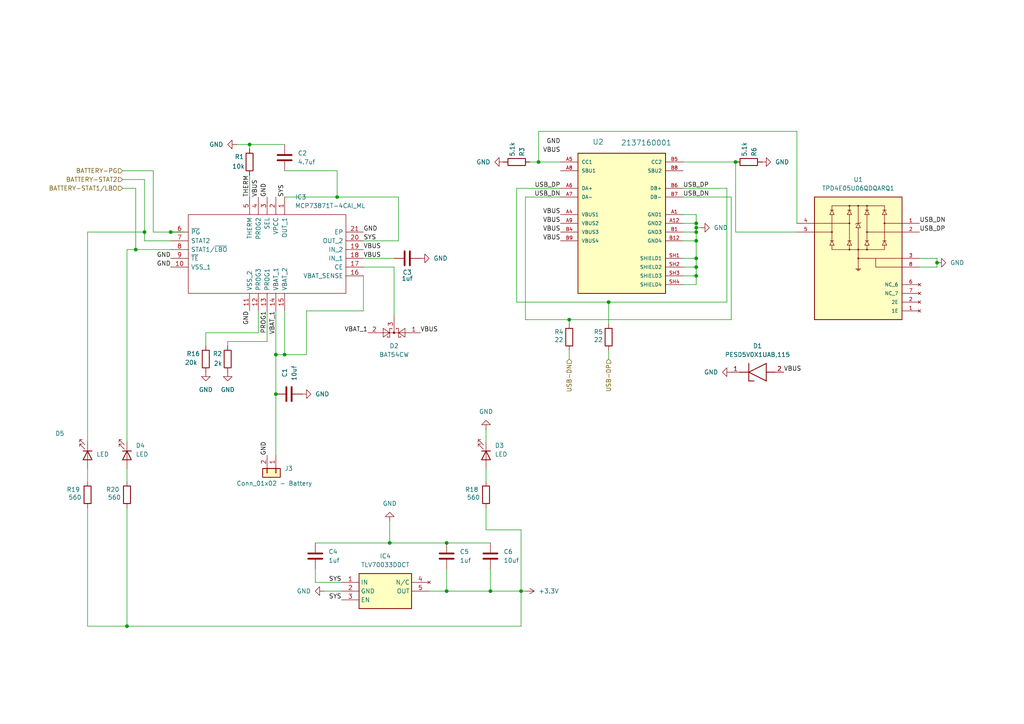
<source format=kicad_sch>
(kicad_sch (version 20250114) (generator "eeschema") (generator_version "9.0")
  (paper "A4")
  (lib_symbols
    (symbol "Connector_Generic:Conn_01x02" (pin_names (offset 1.016) (hide yes))
      (property "Reference" "J" (at 0 2.54 0))
      (property "Value" "Conn_01x02" (at 0 -5.08 0))
      (symbol "Conn_01x02_1_1"
        (rectangle (start -1.27 1.27) (end 1.27 -3.81) (stroke (width 0.254)) (fill (type background)))
        (rectangle (start -1.27 0.127) (end 0 -0.127) (stroke (width 0.1524)))
        (rectangle (start -1.27 -2.413) (end 0 -2.667) (stroke (width 0.1524)))
        (pin passive line (at -5.08 0 0) (length 3.81) (name "Pin_1") (number "1"))
        (pin passive line (at -5.08 -2.54 0) (length 3.81) (name "Pin_2") (number "2"))
      )
    )
    (symbol "Device:C" (pin_numbers (hide yes)) (pin_names (offset 0.254))
      (property "Reference" "C" (at 0.635 2.54 0))
      (property "Value" "C" (at 0.635 -2.54 0))
      (symbol "C_0_1"
        (polyline (pts (xy -2.032 0.762) (xy 2.032 0.762)) (stroke (width 0.508)))
        (polyline (pts (xy -2.032 -0.762) (xy 2.032 -0.762)) (stroke (width 0.508)))
      )
      (symbol "C_1_1"
        (pin passive line (at 0 3.81 270) (length 2.794) (name "~") (number "1"))
        (pin passive line (at 0 -3.81 90) (length 2.794) (name "~") (number "2"))
      )
    )
    (symbol "Device:LED" (pin_numbers (hide yes)) (pin_names (offset 1.016) (hide yes))
      (property "Reference" "D" (at 0 2.54 0))
      (property "Value" "LED" (at 0 -2.54 0))
      (symbol "LED_0_1"
        (polyline (pts (xy -3.048 -0.762) (xy -4.572 -2.286) (xy -3.81 -2.286) (xy -4.572 -2.286) (xy -4.572 -1.524)))
        (polyline (pts (xy -1.778 -0.762) (xy -3.302 -2.286) (xy -2.54 -2.286) (xy -3.302 -2.286) (xy -3.302 -1.524)))
        (polyline (pts (xy -1.27 0) (xy 1.27 0)))
        (polyline (pts (xy -1.27 -1.27) (xy -1.27 1.27)) (stroke (width 0.254)))
        (polyline (pts (xy 1.27 -1.27) (xy 1.27 1.27) (xy -1.27 0) (xy 1.27 -1.27)) (stroke (width 0.254)))
      )
      (symbol "LED_1_1"
        (pin passive line (at -3.81 0 0) (length 2.54) (name "K") (number "1"))
        (pin passive line (at 3.81 0 180) (length 2.54) (name "A") (number "2"))
      )
    )
    (symbol "Device:R" (pin_numbers (hide yes)) (pin_names (offset 0))
      (property "Reference" "R" (at 2.032 0 90))
      (property "Value" "R" (at 0 0 90))
      (symbol "R_0_1"
        (rectangle (start -1.016 -2.54) (end 1.016 2.54) (stroke (width 0.254)))
      )
      (symbol "R_1_1"
        (pin passive line (at 0 3.81 270) (length 1.27) (name "~") (number "1"))
        (pin passive line (at 0 -3.81 90) (length 1.27) (name "~") (number "2"))
      )
    )
    (symbol "Diode:BAT54CW" (pin_names (offset 1.016))
      (property "Reference" "D" (at 0.635 -3.81 0))
      (property "Value" "BAT54CW" (at -6.35 3.175 0))
      (symbol "BAT54CW_0_1"
        (polyline (pts (xy -3.175 -1.27) (xy -3.175 1.27) (xy -1.27 0) (xy -3.175 -1.27)))
        (polyline (pts (xy -1.905 1.27) (xy -1.905 1.016)))
        (polyline (pts (xy -1.905 0) (xy 1.905 0)))
        (polyline (pts (xy -1.27 1.27) (xy -1.905 1.27)))
        (polyline (pts (xy -1.27 1.27) (xy -1.27 -1.27)))
        (polyline (pts (xy -1.27 0) (xy -3.81 0)))
        (polyline (pts (xy -1.27 -1.27) (xy -0.635 -1.27)))
        (polyline (pts (xy -0.635 -1.27) (xy -0.635 -1.016)))
        (circle (center 0 0) (radius 0.254) (fill (type outline)))
        (polyline (pts (xy 0.635 -1.27) (xy 0.635 -1.016)))
        (polyline (pts (xy 1.27 1.27) (xy 1.27 -1.27)))
        (polyline (pts (xy 1.27 1.27) (xy 1.905 1.27)))
        (polyline (pts (xy 1.27 -1.27) (xy 0.635 -1.27)))
        (polyline (pts (xy 1.905 1.27) (xy 1.905 1.016)))
        (polyline (pts (xy 3.175 -1.27) (xy 3.175 1.27) (xy 1.27 0) (xy 3.175 -1.27)))
        (polyline (pts (xy 3.81 0) (xy 1.27 0)))
      )
      (symbol "BAT54CW_1_1"
        (pin passive line (at -7.62 0 0) (length 3.81) (name "~") (number "1"))
        (pin passive line (at 0 -5.08 90) (length 5.08) (name "~") (number "3"))
        (pin passive line (at 7.62 0 180) (length 3.81) (name "~") (number "2"))
      )
    )
    (symbol "jarvis:2137160001" (pin_names (offset 1.016))
      (property "Reference" "J" (at -12.7 20.9042 0))
      (property "Value" "2137160001" (at -12.7 -22.86 0))
      (symbol "2137160001_0_0"
        (rectangle (start -12.7 -20.32) (end 12.7 20.32) (stroke (width 0.254)) (fill (type background)))
        (pin bidirectional line (at -17.78 17.78 0) (length 5.08) (name "CC1") (number "A5"))
        (pin bidirectional line (at -17.78 15.24 0) (length 5.08) (name "SBU1") (number "A8"))
        (pin bidirectional line (at -17.78 10.16 0) (length 5.08) (name "DA+") (number "A6"))
        (pin bidirectional line (at -17.78 7.62 0) (length 5.08) (name "DA-") (number "A7"))
        (pin power_in line (at -17.78 2.54 0) (length 5.08) (name "VBUS1") (number "A4"))
        (pin power_in line (at -17.78 0 0) (length 5.08) (name "VBUS2") (number "A9"))
        (pin power_in line (at -17.78 -2.54 0) (length 5.08) (name "VBUS3") (number "B4"))
        (pin power_in line (at -17.78 -5.08 0) (length 5.08) (name "VBUS4") (number "B9"))
        (pin bidirectional line (at 17.78 17.78 180) (length 5.08) (name "CC2") (number "B5"))
        (pin bidirectional line (at 17.78 15.24 180) (length 5.08) (name "SBU2") (number "B8"))
        (pin bidirectional line (at 17.78 10.16 180) (length 5.08) (name "DB+") (number "B6"))
        (pin bidirectional line (at 17.78 7.62 180) (length 5.08) (name "DB-") (number "B7"))
        (pin power_in line (at 17.78 2.54 180) (length 5.08) (name "GND1") (number "A1"))
        (pin power_in line (at 17.78 0 180) (length 5.08) (name "GND2") (number "A12"))
        (pin power_in line (at 17.78 -2.54 180) (length 5.08) (name "GND3") (number "B1"))
        (pin power_in line (at 17.78 -5.08 180) (length 5.08) (name "GND4") (number "B12"))
        (pin passive line (at 17.78 -10.16 180) (length 5.08) (name "SHIELD1") (number "SH1"))
        (pin passive line (at 17.78 -12.7 180) (length 5.08) (name "SHIELD2") (number "SH2"))
        (pin passive line (at 17.78 -15.24 180) (length 5.08) (name "SHIELD3") (number "SH3"))
        (pin passive line (at 17.78 -17.78 180) (length 5.08) (name "SHIELD4") (number "SH4"))
      )
    )
    (symbol "jarvis:MCP73871T-4CAI_ML" (pin_names (offset 0.762))
      (property "Reference" "IC" (at 29.21 22.86 0))
      (property "Value" "MCP73871T-4CAI_ML" (at 29.21 20.32 0))
      (symbol "MCP73871T-4CAI_ML_0_0"
        (pin passive line (at 0 0 0) (length 5.08) (name "OUT_1") (number "1"))
        (pin passive line (at 0 -2.54 0) (length 5.08) (name "VPCC") (number "2"))
        (pin passive line (at 0 -5.08 0) (length 5.08) (name "SEL") (number "3"))
        (pin passive line (at 0 -7.62 0) (length 5.08) (name "PROG2") (number "4"))
        (pin passive line (at 0 -10.16 0) (length 5.08) (name "THERM") (number "5"))
        (pin passive line (at 10.16 22.86 270) (length 5.08) (name "EP") (number "21"))
        (pin passive line (at 10.16 -33.02 90) (length 5.08) (name "~{PG}") (number "6"))
        (pin passive line (at 12.7 22.86 270) (length 5.08) (name "OUT_2") (number "20"))
        (pin passive line (at 12.7 -33.02 90) (length 5.08) (name "STAT2") (number "7"))
        (pin passive line (at 15.24 22.86 270) (length 5.08) (name "IN_2") (number "19"))
        (pin passive line (at 15.24 -33.02 90) (length 5.08) (name "STAT1/~{LBO}") (number "8"))
        (pin passive line (at 17.78 22.86 270) (length 5.08) (name "IN_1") (number "18"))
        (pin passive line (at 17.78 -33.02 90) (length 5.08) (name "~{TE}") (number "9"))
        (pin passive line (at 20.32 22.86 270) (length 5.08) (name "CE") (number "17"))
        (pin passive line (at 20.32 -33.02 90) (length 5.08) (name "VSS_1") (number "10"))
        (pin passive line (at 22.86 22.86 270) (length 5.08) (name "VBAT_SENSE") (number "16"))
        (pin passive line (at 33.02 0 180) (length 5.08) (name "VBAT_2") (number "15"))
        (pin passive line (at 33.02 -2.54 180) (length 5.08) (name "VBAT_1") (number "14"))
        (pin passive line (at 33.02 -5.08 180) (length 5.08) (name "PROG1") (number "13"))
        (pin passive line (at 33.02 -7.62 180) (length 5.08) (name "PROG3") (number "12"))
        (pin passive line (at 33.02 -10.16 180) (length 5.08) (name "VSS_2") (number "11"))
      )
      (symbol "MCP73871T-4CAI_ML_0_1"
        (polyline (pts (xy 5.08 17.78) (xy 27.94 17.78) (xy 27.94 -27.94) (xy 5.08 -27.94) (xy 5.08 17.78)) (stroke (width 0.1524)))
      )
    )
    (symbol "jarvis:PESD5V0X1UAB,115" (pin_names (hide yes))
      (property "Reference" "D" (at 10.16 8.89 0))
      (property "Value" "PESD5V0X1UAB,115" (at 10.16 6.35 0))
      (symbol "PESD5V0X1UAB,115_1_1"
        (polyline (pts (xy 2.54 0) (xy 5.08 0)) (stroke (width 0.254)))
        (polyline (pts (xy 5.08 2.54) (xy 5.08 -2.54)) (stroke (width 0.254)))
        (polyline (pts (xy 5.08 0) (xy 10.16 2.54)) (stroke (width 0.254)))
        (polyline (pts (xy 5.08 -2.54) (xy 6.604 -2.54)) (stroke (width 0.254)))
        (polyline (pts (xy 10.16 -2.54) (xy 5.08 0)) (stroke (width 0.254)))
        (polyline (pts (xy 10.16 -2.54) (xy 10.16 2.54)) (stroke (width 0.254)))
        (polyline (pts (xy 12.7 0) (xy 10.16 0)) (stroke (width 0.254)))
        (pin passive line (at 0 0 0) (length 2.54) (name "K") (number "1"))
        (pin passive line (at 15.24 0 180) (length 2.54) (name "A") (number "2"))
      )
    )
    (symbol "jarvis:TLV70033DDCT"
      (property "Reference" "IC" (at 21.59 7.62 0))
      (property "Value" "TLV70033DDCT" (at 21.59 5.08 0))
      (symbol "TLV70033DDCT_1_1"
        (rectangle (start 5.08 2.54) (end 20.32 -7.62) (stroke (width 0.254)) (fill (type background)))
        (pin passive line (at 0 0 0) (length 5.08) (name "IN") (number "1"))
        (pin passive line (at 0 -2.54 0) (length 5.08) (name "GND") (number "2"))
        (pin passive line (at 0 -5.08 0) (length 5.08) (name "EN") (number "3"))
        (pin no_connect line (at 25.4 0 180) (length 5.08) (name "N/C") (number "4"))
        (pin passive line (at 25.4 -2.54 180) (length 5.08) (name "OUT") (number "5"))
      )
    )
    (symbol "jarvis:TPD4E05U06QDQARQ1" (pin_names (offset 1.016))
      (property "Reference" "U1" (at 0 22.86 0))
      (property "Value" "TPD4E05U06QDQARQ1" (at 0 20.32 0))
      (symbol "TPD4E05U06QDQARQ1_0_0"
        (rectangle (start -12.7 -17.78) (end 12.7 17.78) (stroke (width 0.254)) (fill (type background)))
        (polyline (pts (xy -8.255 12.7) (xy -7.62 12.7)) (stroke (width 0.1524)))
        (polyline (pts (xy -8.255 3.81) (xy -7.62 3.81)) (stroke (width 0.1524)))
        (polyline (pts (xy -7.62 15.24) (xy -2.54 15.24)) (stroke (width 0.1524)))
        (polyline (pts (xy -7.62 13.97) (xy -8.255 12.7)) (stroke (width 0.1524)))
        (polyline (pts (xy -7.62 13.97) (xy -8.128 13.97)) (stroke (width 0.1524)))
        (polyline (pts (xy -7.62 13.97) (xy -7.62 15.24)) (stroke (width 0.1524)))
        (polyline (pts (xy -7.62 12.7) (xy -7.62 7.62)) (stroke (width 0.1524)))
        (polyline (pts (xy -7.62 12.7) (xy -6.985 12.7)) (stroke (width 0.1524)))
        (circle (center -7.62 7.62) (radius 0.127) (stroke (width 0.254)))
        (polyline (pts (xy -7.62 7.62) (xy -12.7 7.62)) (stroke (width 0.1524)))
        (polyline (pts (xy -7.62 7.62) (xy -7.62 5.08)) (stroke (width 0.1524)))
        (polyline (pts (xy -7.62 5.08) (xy -8.255 3.81)) (stroke (width 0.1524)))
        (polyline (pts (xy -7.62 5.08) (xy -8.128 5.08)) (stroke (width 0.1524)))
        (polyline (pts (xy -7.62 3.81) (xy -7.62 2.54)) (stroke (width 0.1524)))
        (polyline (pts (xy -7.62 3.81) (xy -6.985 3.81)) (stroke (width 0.1524)))
        (polyline (pts (xy -7.62 2.54) (xy -2.54 2.54)) (stroke (width 0.1524)))
        (polyline (pts (xy -7.112 13.97) (xy -7.62 13.97)) (stroke (width 0.1524)))
        (polyline (pts (xy -7.112 5.08) (xy -7.62 5.08)) (stroke (width 0.1524)))
        (polyline (pts (xy -6.985 12.7) (xy -7.62 13.97)) (stroke (width 0.1524)))
        (polyline (pts (xy -6.985 3.81) (xy -7.62 5.08)) (stroke (width 0.1524)))
        (polyline (pts (xy -3.175 12.7) (xy -2.54 12.7)) (stroke (width 0.1524)))
        (polyline (pts (xy -3.175 3.81) (xy -2.54 3.81)) (stroke (width 0.1524)))
        (circle (center -2.54 15.24) (radius 0.127) (stroke (width 0.254)))
        (polyline (pts (xy -2.54 15.24) (xy 0 15.24)) (stroke (width 0.1524)))
        (polyline (pts (xy -2.54 13.97) (xy -3.175 12.7)) (stroke (width 0.1524)))
        (polyline (pts (xy -2.54 13.97) (xy -3.048 13.97)) (stroke (width 0.1524)))
        (polyline (pts (xy -2.54 13.97) (xy -2.54 15.24)) (stroke (width 0.1524)))
        (polyline (pts (xy -2.54 12.7) (xy -2.54 10.16)) (stroke (width 0.1524)))
        (polyline (pts (xy -2.54 12.7) (xy -1.905 12.7)) (stroke (width 0.1524)))
        (circle (center -2.54 10.16) (radius 0.127) (stroke (width 0.254)))
        (polyline (pts (xy -2.54 10.16) (xy -12.7 10.16)) (stroke (width 0.1524)))
        (polyline (pts (xy -2.54 10.16) (xy -2.54 5.08)) (stroke (width 0.1524)))
        (polyline (pts (xy -2.54 5.08) (xy -3.175 3.81)) (stroke (width 0.1524)))
        (polyline (pts (xy -2.54 5.08) (xy -3.048 5.08)) (stroke (width 0.1524)))
        (polyline (pts (xy -2.54 3.81) (xy -2.54 2.54)) (stroke (width 0.1524)))
        (polyline (pts (xy -2.54 3.81) (xy -1.905 3.81)) (stroke (width 0.1524)))
        (circle (center -2.54 2.54) (radius 0.127) (stroke (width 0.254)))
        (polyline (pts (xy -2.54 2.54) (xy 2.54 2.54)) (stroke (width 0.1524)))
        (polyline (pts (xy -2.032 13.97) (xy -2.54 13.97)) (stroke (width 0.1524)))
        (polyline (pts (xy -2.032 5.08) (xy -2.54 5.08)) (stroke (width 0.1524)))
        (polyline (pts (xy -1.905 12.7) (xy -2.54 13.97)) (stroke (width 0.1524)))
        (polyline (pts (xy -1.905 3.81) (xy -2.54 5.08)) (stroke (width 0.1524)))
        (polyline (pts (xy -0.635 8.89) (xy 0.635 8.89)) (stroke (width 0.1524)))
        (polyline (pts (xy -0.508 10.16) (xy -0.762 9.906)) (stroke (width 0.1524)))
        (polyline (pts (xy -0.508 10.16) (xy 0 10.16)) (stroke (width 0.1524)))
        (polyline (pts (xy -0.508 -3.302) (xy 0.508 -3.302)) (stroke (width 0.1524)))
        (polyline (pts (xy -0.254 -3.556) (xy 0.254 -3.556)) (stroke (width 0.1524)))
        (circle (center 0 15.24) (radius 0.127) (stroke (width 0.254)))
        (polyline (pts (xy 0 15.24) (xy 2.54 15.24)) (stroke (width 0.1524)))
        (polyline (pts (xy 0 10.16) (xy -0.635 8.89)) (stroke (width 0.1524)))
        (polyline (pts (xy 0 10.16) (xy 0 15.24)) (stroke (width 0.1524)))
        (polyline (pts (xy 0 10.16) (xy 0.508 10.16)) (stroke (width 0.1524)))
        (polyline (pts (xy 0 8.89) (xy 0 0)) (stroke (width 0.1524)))
        (circle (center 0 2.54) (radius 0.127) (stroke (width 0.254)))
        (polyline (pts (xy 0 0) (xy 0 -3.048)) (stroke (width 0.1524)))
        (polyline (pts (xy 0 0) (xy 5.08 0)) (stroke (width 0.1524)))
        (circle (center 0 0) (radius 0.127) (stroke (width 0.254)))
        (polyline (pts (xy 0 -3.048) (xy -0.762 -3.048)) (stroke (width 0.1524)))
        (polyline (pts (xy 0 -3.048) (xy 0.762 -3.048)) (stroke (width 0.1524)))
        (polyline (pts (xy 0.508 10.16) (xy 0.762 10.414)) (stroke (width 0.1524)))
        (polyline (pts (xy 0.635 8.89) (xy 0 10.16)) (stroke (width 0.1524)))
        (polyline (pts (xy 1.905 12.7) (xy 2.54 12.7)) (stroke (width 0.1524)))
        (polyline (pts (xy 1.905 3.81) (xy 2.54 3.81)) (stroke (width 0.1524)))
        (polyline (pts (xy 2.54 15.24) (xy 7.62 15.24)) (stroke (width 0.1524)))
        (circle (center 2.54 15.24) (radius 0.127) (stroke (width 0.254)))
        (polyline (pts (xy 2.54 13.97) (xy 1.905 12.7)) (stroke (width 0.1524)))
        (polyline (pts (xy 2.54 13.97) (xy 2.032 13.97)) (stroke (width 0.1524)))
        (polyline (pts (xy 2.54 13.97) (xy 2.54 15.24)) (stroke (width 0.1524)))
        (polyline (pts (xy 2.54 12.7) (xy 2.54 7.62)) (stroke (width 0.1524)))
        (polyline (pts (xy 2.54 12.7) (xy 3.175 12.7)) (stroke (width 0.1524)))
        (polyline (pts (xy 2.54 7.62) (xy 2.54 5.08)) (stroke (width 0.1524)))
        (polyline (pts (xy 2.54 7.62) (xy 12.7 7.62)) (stroke (width 0.1524)))
        (circle (center 2.54 7.62) (radius 0.127) (stroke (width 0.254)))
        (polyline (pts (xy 2.54 5.08) (xy 1.905 3.81)) (stroke (width 0.1524)))
        (polyline (pts (xy 2.54 5.08) (xy 2.032 5.08)) (stroke (width 0.1524)))
        (polyline (pts (xy 2.54 3.81) (xy 2.54 2.54)) (stroke (width 0.1524)))
        (polyline (pts (xy 2.54 3.81) (xy 3.175 3.81)) (stroke (width 0.1524)))
        (polyline (pts (xy 2.54 2.54) (xy 7.62 2.54)) (stroke (width 0.1524)))
        (circle (center 2.54 2.54) (radius 0.127) (stroke (width 0.254)))
        (polyline (pts (xy 3.048 13.97) (xy 2.54 13.97)) (stroke (width 0.1524)))
        (polyline (pts (xy 3.048 5.08) (xy 2.54 5.08)) (stroke (width 0.1524)))
        (polyline (pts (xy 3.175 12.7) (xy 2.54 13.97)) (stroke (width 0.1524)))
        (polyline (pts (xy 3.175 3.81) (xy 2.54 5.08)) (stroke (width 0.1524)))
        (polyline (pts (xy 5.08 0) (xy 5.08 -2.54)) (stroke (width 0.1524)))
        (polyline (pts (xy 5.08 0) (xy 12.7 0)) (stroke (width 0.1524)))
        (polyline (pts (xy 5.08 -2.54) (xy 12.7 -2.54)) (stroke (width 0.1524)))
        (polyline (pts (xy 6.985 12.7) (xy 7.62 12.7)) (stroke (width 0.1524)))
        (polyline (pts (xy 6.985 3.81) (xy 7.62 3.81)) (stroke (width 0.1524)))
        (polyline (pts (xy 7.62 15.24) (xy 7.62 13.97)) (stroke (width 0.1524)))
        (polyline (pts (xy 7.62 13.97) (xy 6.985 12.7)) (stroke (width 0.1524)))
        (polyline (pts (xy 7.62 13.97) (xy 7.112 13.97)) (stroke (width 0.1524)))
        (polyline (pts (xy 7.62 12.7) (xy 7.62 10.16)) (stroke (width 0.1524)))
        (polyline (pts (xy 7.62 12.7) (xy 8.255 12.7)) (stroke (width 0.1524)))
        (polyline (pts (xy 7.62 10.16) (xy 7.62 5.08)) (stroke (width 0.1524)))
        (polyline (pts (xy 7.62 10.16) (xy 12.7 10.16)) (stroke (width 0.1524)))
        (circle (center 7.62 10.16) (radius 0.127) (stroke (width 0.254)))
        (polyline (pts (xy 7.62 5.08) (xy 6.985 3.81)) (stroke (width 0.1524)))
        (polyline (pts (xy 7.62 5.08) (xy 7.112 5.08)) (stroke (width 0.1524)))
        (polyline (pts (xy 7.62 3.81) (xy 8.255 3.81)) (stroke (width 0.1524)))
        (polyline (pts (xy 7.62 2.54) (xy 7.62 3.81)) (stroke (width 0.1524)))
        (polyline (pts (xy 8.128 13.97) (xy 7.62 13.97)) (stroke (width 0.1524)))
        (polyline (pts (xy 8.128 5.08) (xy 7.62 5.08)) (stroke (width 0.1524)))
        (polyline (pts (xy 8.255 12.7) (xy 7.62 13.97)) (stroke (width 0.1524)))
        (polyline (pts (xy 8.255 3.81) (xy 7.62 5.08)) (stroke (width 0.1524)))
        (pin bidirectional line (at -17.78 10.16 0) (length 5.08) (name "~") (number "4"))
        (pin bidirectional line (at -17.78 7.62 0) (length 5.08) (name "~") (number "5"))
        (pin bidirectional line (at 17.78 10.16 180) (length 5.08) (name "~") (number "1"))
        (pin bidirectional line (at 17.78 7.62 180) (length 5.08) (name "~") (number "2"))
        (pin power_in line (at 17.78 0 180) (length 5.08) (name "~") (number "3"))
        (pin power_in line (at 17.78 -2.54 180) (length 5.08) (name "~") (number "8"))
        (pin no_connect line (at 17.78 -7.62 180) (length 5.08) (name "NC_6") (number "6"))
        (pin no_connect line (at 17.78 -10.16 180) (length 5.08) (name "NC_7") (number "7"))
        (pin no_connect line (at 17.78 -12.7 180) (length 5.08) (name "2E") (number "2"))
        (pin no_connect line (at 17.78 -15.24 180) (length 5.08) (name "1E") (number "1"))
      )
    )
    (symbol "power:+3.3V" (power) (pin_numbers (hide yes)) (pin_names (offset 0) (hide yes))
      (property "Value" "+3.3V" (at 0 3.556 0))
      (symbol "+3.3V_0_1"
        (polyline (pts (xy -0.762 1.27) (xy 0 2.54)))
        (polyline (pts (xy 0 2.54) (xy 0.762 1.27)))
        (polyline (pts (xy 0 0) (xy 0 2.54)))
      )
      (symbol "+3.3V_1_1"
        (pin power_in line (at 0 0 90) (length 0) (name "~") (number "1"))
      )
    )
    (symbol "power:GND" (power) (pin_numbers (hide yes)) (pin_names (offset 0) (hide yes))
      (property "Value" "GND" (at 0 -3.81 0))
      (symbol "GND_0_1"
        (polyline (pts (xy 0 0) (xy 0 -1.27) (xy 1.27 -1.27) (xy 0 -2.54) (xy -1.27 -1.27) (xy 0 -1.27)))
      )
      (symbol "GND_1_1"
        (pin power_in line (at 0 0 270) (length 0) (name "~") (number "1"))
      )
    )
  )
  (junction (at 156.21 46.99))
  (junction (at 201.93 77.47))
  (junction (at 41.91 67.31))
  (junction (at 201.93 66.04))
  (junction (at 129.54 157.48))
  (junction (at 82.55 102.87))
  (junction (at 129.54 171.45))
  (junction (at 271.78 76.2))
  (junction (at 80.01 102.87))
  (junction (at 176.53 87.63))
  (junction (at 97.79 57.15))
  (junction (at 39.37 72.39))
  (junction (at 165.1 92.71))
  (junction (at 213.36 46.99))
  (junction (at 201.93 80.01))
  (junction (at 201.93 64.77))
  (junction (at 201.93 67.31))
  (junction (at 201.93 74.93))
  (junction (at 80.01 114.3))
  (junction (at 142.24 171.45))
  (junction (at 201.93 69.85))
  (junction (at 113.03 157.48))
  (junction (at 36.83 181.61))
  (junction (at 151.13 171.45))
  (junction (at 72.39 41.91))
  (junction (at 49.53 67.31))
  (wire (pts (xy 72.39 50.8) (xy 72.39 57.15)))
  (wire (pts (xy 140.97 135.89) (xy 140.97 139.7)))
  (wire (pts (xy 68.58 41.91) (xy 72.39 41.91)))
  (wire (pts (xy 39.37 72.39) (xy 49.53 72.39)))
  (wire (pts (xy 153.67 46.99) (xy 156.21 46.99)))
  (wire (pts (xy 156.21 46.99) (xy 162.56 46.99)))
  (wire (pts (xy 44.45 67.31) (xy 49.53 67.31)))
  (wire (pts (xy 231.14 38.1) (xy 231.14 64.77)))
  (wire (pts (xy 140.97 147.32) (xy 140.97 153.67)))
  (wire (pts (xy 74.93 96.52) (xy 59.69 96.52)))
  (wire (pts (xy 129.54 165.1) (xy 129.54 171.45)))
  (wire (pts (xy 271.78 77.47) (xy 271.78 76.2)))
  (wire (pts (xy 77.47 99.06) (xy 77.47 90.17)))
  (wire (pts (xy 198.12 62.23) (xy 201.93 62.23)))
  (wire (pts (xy 41.91 67.31) (xy 41.91 69.85)))
  (wire (pts (xy 41.91 52.07) (xy 41.91 67.31)))
  (wire (pts (xy 198.12 74.93) (xy 201.93 74.93)))
  (wire (pts (xy 44.45 49.53) (xy 44.45 67.31)))
  (wire (pts (xy 66.04 99.06) (xy 77.47 99.06)))
  (wire (pts (xy 36.83 135.89) (xy 36.83 139.7)))
  (wire (pts (xy 198.12 64.77) (xy 201.93 64.77)))
  (wire (pts (xy 74.93 90.17) (xy 74.93 96.52)))
  (wire (pts (xy 162.56 54.61) (xy 149.86 54.61)))
  (wire (pts (xy 201.93 67.31) (xy 201.93 66.04)))
  (wire (pts (xy 88.9 90.17) (xy 105.41 90.17)))
  (wire (pts (xy 91.44 168.91) (xy 99.06 168.91)))
  (wire (pts (xy 25.4 67.31) (xy 25.4 128.27)))
  (wire (pts (xy 82.55 49.53) (xy 97.79 49.53)))
  (wire (pts (xy 39.37 54.61) (xy 39.37 72.39)))
  (wire (pts (xy 201.93 82.55) (xy 201.93 80.01)))
  (wire (pts (xy 198.12 67.31) (xy 201.93 67.31)))
  (wire (pts (xy 198.12 77.47) (xy 201.93 77.47)))
  (wire (pts (xy 124.46 171.45) (xy 129.54 171.45)))
  (wire (pts (xy 213.36 67.31) (xy 231.14 67.31)))
  (wire (pts (xy 198.12 69.85) (xy 201.93 69.85)))
  (wire (pts (xy 36.83 181.61) (xy 151.13 181.61)))
  (wire (pts (xy 149.86 87.63) (xy 176.53 87.63)))
  (wire (pts (xy 25.4 181.61) (xy 36.83 181.61)))
  (wire (pts (xy 201.93 69.85) (xy 201.93 67.31)))
  (wire (pts (xy 176.53 87.63) (xy 210.82 87.63)))
  (wire (pts (xy 80.01 90.17) (xy 80.01 102.87)))
  (wire (pts (xy 213.36 46.99) (xy 213.36 67.31)))
  (wire (pts (xy 82.55 90.17) (xy 82.55 102.87)))
  (wire (pts (xy 129.54 171.45) (xy 142.24 171.45)))
  (wire (pts (xy 88.9 90.17) (xy 88.9 102.87)))
  (wire (pts (xy 198.12 82.55) (xy 201.93 82.55)))
  (wire (pts (xy 82.55 57.15) (xy 97.79 57.15)))
  (wire (pts (xy 105.41 74.93) (xy 114.3 74.93)))
  (wire (pts (xy 151.13 171.45) (xy 151.13 181.61)))
  (wire (pts (xy 165.1 92.71) (xy 165.1 93.98)))
  (wire (pts (xy 212.09 57.15) (xy 212.09 92.71)))
  (wire (pts (xy 114.3 77.47) (xy 114.3 91.44)))
  (wire (pts (xy 176.53 87.63) (xy 176.53 93.98)))
  (wire (pts (xy 93.98 171.45) (xy 99.06 171.45)))
  (wire (pts (xy 266.7 77.47) (xy 271.78 77.47)))
  (wire (pts (xy 36.83 147.32) (xy 36.83 181.61)))
  (wire (pts (xy 36.83 72.39) (xy 39.37 72.39)))
  (wire (pts (xy 72.39 43.18) (xy 72.39 41.91)))
  (wire (pts (xy 129.54 157.48) (xy 142.24 157.48)))
  (wire (pts (xy 142.24 171.45) (xy 151.13 171.45)))
  (wire (pts (xy 210.82 54.61) (xy 210.82 87.63)))
  (wire (pts (xy 201.93 64.77) (xy 201.93 66.04)))
  (wire (pts (xy 49.53 67.31) (xy 53.34 67.31)))
  (wire (pts (xy 201.93 62.23) (xy 201.93 64.77)))
  (wire (pts (xy 36.83 72.39) (xy 36.83 128.27)))
  (wire (pts (xy 105.41 69.85) (xy 115.57 69.85)))
  (wire (pts (xy 152.4 92.71) (xy 165.1 92.71)))
  (wire (pts (xy 271.78 74.93) (xy 271.78 76.2)))
  (wire (pts (xy 115.57 57.15) (xy 97.79 57.15)))
  (wire (pts (xy 105.41 77.47) (xy 114.3 77.47)))
  (wire (pts (xy 198.12 46.99) (xy 213.36 46.99)))
  (wire (pts (xy 151.13 153.67) (xy 151.13 171.45)))
  (wire (pts (xy 91.44 157.48) (xy 113.03 157.48)))
  (wire (pts (xy 39.37 54.61) (xy 35.56 54.61)))
  (wire (pts (xy 35.56 49.53) (xy 44.45 49.53)))
  (wire (pts (xy 97.79 57.15) (xy 97.79 49.53)))
  (wire (pts (xy 151.13 171.45) (xy 152.4 171.45)))
  (wire (pts (xy 91.44 165.1) (xy 91.44 168.91)))
  (wire (pts (xy 25.4 135.89) (xy 25.4 139.7)))
  (wire (pts (xy 149.86 54.61) (xy 149.86 87.63)))
  (wire (pts (xy 156.21 38.1) (xy 231.14 38.1)))
  (wire (pts (xy 82.55 41.91) (xy 72.39 41.91)))
  (wire (pts (xy 198.12 54.61) (xy 210.82 54.61)))
  (wire (pts (xy 165.1 101.6) (xy 165.1 104.14)))
  (wire (pts (xy 142.24 165.1) (xy 142.24 171.45)))
  (wire (pts (xy 201.93 74.93) (xy 201.93 69.85)))
  (wire (pts (xy 203.2 66.04) (xy 201.93 66.04)))
  (wire (pts (xy 113.03 157.48) (xy 113.03 151.13)))
  (wire (pts (xy 113.03 157.48) (xy 129.54 157.48)))
  (wire (pts (xy 152.4 57.15) (xy 152.4 92.71)))
  (wire (pts (xy 41.91 69.85) (xy 49.53 69.85)))
  (wire (pts (xy 105.41 80.01) (xy 105.41 90.17)))
  (wire (pts (xy 82.55 102.87) (xy 88.9 102.87)))
  (wire (pts (xy 80.01 102.87) (xy 82.55 102.87)))
  (wire (pts (xy 198.12 57.15) (xy 212.09 57.15)))
  (wire (pts (xy 266.7 74.93) (xy 271.78 74.93)))
  (wire (pts (xy 162.56 57.15) (xy 152.4 57.15)))
  (wire (pts (xy 201.93 80.01) (xy 201.93 77.47)))
  (wire (pts (xy 66.04 99.06) (xy 66.04 100.33)))
  (wire (pts (xy 140.97 124.46) (xy 140.97 128.27)))
  (wire (pts (xy 25.4 147.32) (xy 25.4 181.61)))
  (wire (pts (xy 156.21 46.99) (xy 156.21 38.1)))
  (wire (pts (xy 80.01 102.87) (xy 80.01 114.3)))
  (wire (pts (xy 176.53 101.6) (xy 176.53 104.14)))
  (wire (pts (xy 25.4 67.31) (xy 41.91 67.31)))
  (wire (pts (xy 201.93 77.47) (xy 201.93 74.93)))
  (wire (pts (xy 80.01 114.3) (xy 80.01 132.08)))
  (wire (pts (xy 165.1 92.71) (xy 212.09 92.71)))
  (wire (pts (xy 35.56 52.07) (xy 41.91 52.07)))
  (wire (pts (xy 140.97 153.67) (xy 151.13 153.67)))
  (wire (pts (xy 115.57 69.85) (xy 115.57 57.15)))
  (wire (pts (xy 198.12 80.01) (xy 201.93 80.01)))
  (wire (pts (xy 59.69 96.52) (xy 59.69 100.33)))
  (label "GND" (at 162.56 41.91 180))
  (label "SYS" (at 99.06 168.91 180))
  (label "VBUS" (at 162.56 69.85 180))
  (label "SYS" (at 99.06 173.99 180))
  (label "VBUS" (at 162.56 67.31 180))
  (label "PROG1" (at 77.47 90.17 270))
  (label "GND" (at 105.41 67.31 0))
  (label "USB_DN" (at 266.7 64.77 0))
  (label "VBUS" (at 162.56 44.45 180))
  (label "VBUS" (at 162.56 64.77 180))
  (label "GND" (at 77.47 132.08 90))
  (label "VBAT_1" (at 106.68 96.52 180))
  (label "VBUS" (at 74.93 57.15 90))
  (label "USB_DP" (at 162.56 54.61 180))
  (label "USB_DP" (at 266.7 67.31 0))
  (label "SYS" (at 82.55 57.15 90))
  (label "GND" (at 77.47 57.15 90))
  (label "THERM" (at 72.39 57.15 90))
  (label "VBUS" (at 162.56 62.23 180))
  (label "VBUS" (at 121.92 96.52 0))
  (label "GND" (at 49.53 74.93 180))
  (label "VBUS" (at 105.41 72.39 0))
  (label "GND" (at 72.39 90.17 270))
  (label "GND" (at 49.53 77.47 180))
  (label "VBAT_1" (at 80.01 90.17 270))
  (label "VBUS" (at 105.41 74.93 0))
  (label "USB_DP" (at 198.12 54.61 0))
  (label "USB_DN" (at 198.12 57.15 0))
  (label "USB_DN" (at 162.56 57.15 180))
  (label "VBUS" (at 227.33 107.95 0))
  (label "SYS" (at 105.41 69.85 0))
  (hierarchical_label "BATTERY-STAT1{slash}LBO" (shape input) (at 35.56 54.61 180))
  (hierarchical_label "USB-DP" (shape input) (at 176.53 104.14 270))
  (hierarchical_label "BATTERY-STAT2" (shape input) (at 35.56 52.07 180))
  (hierarchical_label "BATTERY-PG" (shape input) (at 35.56 49.53 180))
  (hierarchical_label "USB-DN" (shape input) (at 165.1 104.14 270))
  (symbol (lib_id "power:+3.3V") (at 152.4 171.45 270) (unit 1)
    (property "Reference" "#PWR10" (effects (hide yes)))
    (property "Value" "+3.3V" (at 156.21 171.4499 90) (effects (justify left)))
    (property "Description" "Power symbol creates a global label with name \"+3.3V\"" (effects (hide yes)))
  )
  (symbol (lib_id "Device:LED") (at 36.83 132.08 270) (unit 1)
    (property "Reference" "D4" (at 39.37 129.2224 90) (effects (justify left)))
    (property "Value" "LED" (at 39.37 131.7624 90) (effects (justify left)))
    (property "Footprint" "LED_SMD:LED_0603_1608Metric" (effects (hide yes)))
    (property "Description" "Light emitting diode" (effects (hide yes)))
    (property "Sim.Pins" "1=K 2=A" (effects (hide yes)))
  )
  (symbol (lib_id "power:GND") (at 121.92 74.93 90) (unit 1)
    (property "Reference" "#PWR047" (effects (hide yes)))
    (property "Value" "GND" (at 125.73 74.9299 90) (effects (justify right)))
    (property "Description" "Power symbol creates a global label with name \"GND\" , ground" (effects (hide yes)))
  )
  (symbol (lib_id "jarvis:MCP73871T-4CAI_ML") (at 82.55 57.15 270) (unit 1)
    (property "Reference" "IC3" (at 85.5665 57.15 90) (effects (justify left)))
    (property "Value" "MCP73871T-4CAI_ML" (at 85.5665 59.69 90) (effects (justify left)))
    (property "Footprint" "jarvis:MCP73871T-4CAI ML" (effects (hide yes)))
    (property "Datasheet" "http://www.microchip.com/mymicrochip/filehandler.aspx?ddocname=en536709" (effects (hide yes)))
    (property "Description" "Battery Management USB/AC Battery Charger w/Pwr Mgmt" (effects (hide yes)))
    (property "Description_1" "Battery Management USB/AC Battery Charger w/Pwr Mgmt" (effects (hide yes)))
    (property "Height" "1" (effects (hide yes)))
    (property "Manufacturer_Name" "Microchip" (effects (hide yes)))
    (property "Manufacturer_Part_Number" "MCP73871T-4CAI/ML" (effects (hide yes)))
    (property "Mouser Part Number" "579-MCP73871T4CAIML" (effects (hide yes)))
    (property "Mouser Price/Stock" "https://www.mouser.co.uk/ProductDetail/Microchip-Technology/MCP73871T-4CAI-ML?qs=wd5RIQLrsJgVZcGN1DfWgw%3D%3D" (effects (hide yes)))
    (property "Arrow Part Number" "MCP73871T-4CAI/ML" (effects (hide yes)))
    (property "Arrow Price/Stock" "https://www.arrow.com/en/products/mcp73871t-4caiml/microchip-technology?utm_currency=USD&region=nac" (effects (hide yes)))
  )
  (symbol (lib_id "Device:LED") (at 140.97 132.08 270) (unit 1)
    (property "Reference" "D3" (at 143.51 129.2224 90) (effects (justify left)))
    (property "Value" "LED" (at 143.51 131.7624 90) (effects (justify left)))
    (property "Footprint" "LED_SMD:LED_0603_1608Metric" (effects (hide yes)))
    (property "Description" "Light emitting diode" (effects (hide yes)))
    (property "Sim.Pins" "1=K 2=A" (effects (hide yes)))
  )
  (symbol (lib_id "jarvis:2137160001") (at 180.34 64.77 0) (unit 1)
    (property "Reference" "U2" (at 173.482 41.148 0) (effects (font (size 1.524 1.524))))
    (property "Value" "2137160001" (at 187.452 41.402 0) (effects (font (size 1.524 1.524))))
    (property "Footprint" "jarvis:MOLEX_2137160001-holes" (effects (hide yes)))
    (property "Datasheet" "2137160001" (effects (hide yes)))
    (property "PARTREV" "B" (effects (hide yes)))
    (property "STANDARD" "Manufacturer Recommendations" (effects (hide yes)))
    (property "OPTION" "MOLEX_CONFIG" (effects (hide yes)))
    (property "MAXIMUM_PACKAGE_HEIGHT" "3.36mm" (effects (hide yes)))
    (property "MANUFACTURER" "Molex" (effects (hide yes)))
  )
  (symbol (lib_id "power:GND") (at 66.04 107.95 0) (unit 1)
    (property "Reference" "#PWR07" (effects (hide yes)))
    (property "Value" "GND" (at 66.04 113.03 0))
    (property "Description" "Power symbol creates a global label with name \"GND\" , ground" (effects (hide yes)))
  )
  (symbol (lib_id "Device:R") (at 59.69 104.14 0) (unit 1)
    (property "Reference" "R16" (at 54.102 102.616 0) (effects (justify left)))
    (property "Value" "20k" (at 53.594 105.156 0) (effects (justify left)))
    (property "Footprint" "Resistor_SMD:R_0603_1608Metric" (effects (hide yes)))
    (property "Description" "Resistor" (effects (hide yes)))
  )
  (symbol (lib_id "Device:R") (at 140.97 143.51 0) (unit 1)
    (property "Reference" "R18" (at 134.874 141.986 0) (effects (justify left)))
    (property "Value" "560" (at 135.382 144.272 0) (effects (justify left)))
    (property "Footprint" "Resistor_SMD:R_0603_1608Metric" (effects (hide yes)))
    (property "Description" "Resistor" (effects (hide yes)))
  )
  (symbol (lib_id "Connector_Generic:Conn_01x02") (at 80.01 137.16 270) (unit 1)
    (property "Reference" "J3" (at 82.55 135.8899 90) (effects (justify left)))
    (property "Value" "Conn_01x02 - Battery" (at 68.58 140.208 90) (effects (justify left)))
    (property "Footprint" "Connector_Molex:Molex_PicoBlade_53047-0210_1x02_P1.25mm_Vertical" (effects (hide yes)))
    (property "Description" "Generic connector, single row, 01x02, script generated (kicad-library-utils/schlib/autogen/connector/)" (effects (hide yes)))
  )
  (symbol (lib_id "power:GND") (at 68.58 41.91 270) (unit 1)
    (property "Reference" "#PWR4" (effects (hide yes)))
    (property "Value" "GND" (at 64.77 41.9099 90) (effects (justify right)))
    (property "Description" "Power symbol creates a global label with name \"GND\" , ground" (effects (hide yes)))
  )
  (symbol (lib_id "jarvis:TPD4E05U06QDQARQ1") (at 248.92 74.93 0) (unit 1)
    (property "Reference" "U1" (at 248.92 52.07 0))
    (property "Value" "TPD4E05U06QDQARQ1" (at 248.92 54.61 0))
    (property "Footprint" "jarvis:IC_TPD4E05U06QDQARQ1-two" (effects (hide yes)))
    (property "PARTREV" "F" (effects (hide yes)))
    (property "STANDARD" "Manufacturer Recommendations" (effects (hide yes)))
    (property "MAXIMUM_PACKAGE_HEIGHT" "0.55 mm" (effects (hide yes)))
    (property "MANUFACTURER" "Texas Instruments" (effects (hide yes)))
  )
  (symbol (lib_id "power:GND") (at 220.98 46.99 90) (unit 1)
    (property "Reference" "#PWR044" (effects (hide yes)))
    (property "Value" "GND" (at 224.79 46.9899 90) (effects (justify right)))
    (property "Description" "Power symbol creates a global label with name \"GND\" , ground" (effects (hide yes)))
  )
  (symbol (lib_id "Device:R") (at 25.4 143.51 0) (unit 1)
    (property "Reference" "R19" (at 19.304 141.986 0) (effects (justify left)))
    (property "Value" "560" (at 19.812 144.272 0) (effects (justify left)))
    (property "Footprint" "Resistor_SMD:R_0603_1608Metric" (effects (hide yes)))
    (property "Description" "Resistor" (effects (hide yes)))
  )
  (symbol (lib_id "Device:R") (at 36.83 143.51 0) (unit 1)
    (property "Reference" "R20" (at 30.734 141.986 0) (effects (justify left)))
    (property "Value" "560" (at 31.242 144.272 0) (effects (justify left)))
    (property "Footprint" "Resistor_SMD:R_0603_1608Metric" (effects (hide yes)))
    (property "Description" "Resistor" (effects (hide yes)))
  )
  (symbol (lib_id "Device:R") (at 165.1 97.79 0) (unit 1)
    (property "Reference" "R4" (at 160.782 96.266 0) (effects (justify left)))
    (property "Value" "22" (at 160.782 98.552 0) (effects (justify left)))
    (property "Footprint" "Resistor_SMD:R_0603_1608Metric" (effects (hide yes)))
    (property "Description" "Resistor" (effects (hide yes)))
  )
  (symbol (lib_id "power:GND") (at 203.2 66.04 90) (unit 1)
    (property "Reference" "#PWR045" (effects (hide yes)))
    (property "Value" "GND" (at 207.01 66.0399 90) (effects (justify right)))
    (property "Description" "Power symbol creates a global label with name \"GND\" , ground" (effects (hide yes)))
  )
  (symbol (lib_id "Device:C") (at 82.55 45.72 0) (unit 1)
    (property "Reference" "C2" (at 86.36 44.4499 0) (effects (justify left)))
    (property "Value" "4.7uf" (at 86.36 46.9899 0) (effects (justify left)))
    (property "Footprint" "Capacitor_SMD:C_0603_1608Metric" (effects (hide yes)))
    (property "Description" "Unpolarized capacitor" (effects (hide yes)))
  )
  (symbol (lib_id "jarvis:PESD5V0X1UAB,115") (at 212.09 107.95 0) (unit 1)
    (property "Reference" "D1" (at 219.71 100.33 0))
    (property "Value" "PESD5V0X1UAB,115" (at 219.71 102.87 0))
    (property "Footprint" "jarvis:PESD5V0X1UAB115" (effects (hide yes)))
    (property "Datasheet" "https://assets.nexperia.com/documents/data-sheet/PESD5V0X1UAB.pdf" (effects (hide yes)))
    (property "Description" "PESD5V0X1UAB - Ultra low capacitance unidirectional ESD protection diode" (effects (hide yes)))
    (property "Height" "0.65" (effects (hide yes)))
    (property "Manufacturer_Name" "Nexperia" (effects (hide yes)))
    (property "Manufacturer_Part_Number" "PESD5V0X1UAB,115" (effects (hide yes)))
    (property "Mouser Part Number" "771-PESD5V0X1UAB115" (effects (hide yes)))
    (property "Mouser Price/Stock" "https://www.mouser.co.uk/ProductDetail/Nexperia/PESD5V0X1UAB115?qs=A1cBxND5mHLfRsMIUZMhFg%3D%3D" (effects (hide yes)))
    (property "Arrow Part Number" "PESD5V0X1UAB,115" (effects (hide yes)))
    (property "Arrow Price/Stock" "https://www.arrow.com/en/products/pesd5v0x1uab115/nexperia" (effects (hide yes)))
  )
  (symbol (lib_id "Device:C") (at 129.54 161.29 0) (unit 1)
    (property "Reference" "C5" (at 133.35 160.0199 0) (effects (justify left)))
    (property "Value" "1uf" (at 133.35 162.5599 0) (effects (justify left)))
    (property "Footprint" "Capacitor_SMD:C_0603_1608Metric" (effects (hide yes)))
    (property "Description" "Unpolarized capacitor" (effects (hide yes)))
  )
  (symbol (lib_id "power:GND") (at 93.98 171.45 270) (unit 1)
    (property "Reference" "#PWR8" (effects (hide yes)))
    (property "Value" "GND" (at 90.17 171.4499 90) (effects (justify right)))
    (property "Description" "Power symbol creates a global label with name \"GND\" , ground" (effects (hide yes)))
  )
  (symbol (lib_id "Diode:BAT54CW") (at 114.3 96.52 180) (unit 1)
    (property "Reference" "D2" (at 114.3 100.33 0))
    (property "Value" "BAT54CW" (at 114.3 102.87 0))
    (property "Footprint" "Package_TO_SOT_SMD:SOT-323_SC-70_Handsoldering" (effects (hide yes)))
    (property "Datasheet" "https://assets.nexperia.com/documents/data-sheet/BAT54W_SER.pdf" (effects (hide yes)))
    (property "Description" "Dual schottky barrier diode, common cathode, SOT-323" (effects (hide yes)))
  )
  (symbol (lib_id "power:GND") (at 59.69 107.95 0) (unit 1)
    (property "Reference" "#PWR039" (effects (hide yes)))
    (property "Value" "GND" (at 59.69 113.03 0))
    (property "Description" "Power symbol creates a global label with name \"GND\" , ground" (effects (hide yes)))
  )
  (symbol (lib_id "Device:R") (at 176.53 97.79 0) (unit 1)
    (property "Reference" "R5" (at 172.212 96.266 0) (effects (justify left)))
    (property "Value" "22" (at 172.212 98.552 0) (effects (justify left)))
    (property "Footprint" "Resistor_SMD:R_0603_1608Metric" (effects (hide yes)))
    (property "Description" "Resistor" (effects (hide yes)))
  )
  (symbol (lib_id "power:GND") (at 140.97 124.46 180) (unit 1)
    (property "Reference" "#PWR049" (effects (hide yes)))
    (property "Value" "GND" (at 140.97 119.38 0))
    (property "Description" "Power symbol creates a global label with name \"GND\" , ground" (effects (hide yes)))
  )
  (symbol (lib_id "Device:C") (at 91.44 161.29 0) (unit 1)
    (property "Reference" "C4" (at 95.25 160.0199 0) (effects (justify left)))
    (property "Value" "1uf" (at 95.25 162.5599 0) (effects (justify left)))
    (property "Footprint" "Capacitor_SMD:C_0603_1608Metric" (effects (hide yes)))
    (property "Description" "Unpolarized capacitor" (effects (hide yes)))
  )
  (symbol (lib_id "Device:C") (at 142.24 161.29 0) (unit 1)
    (property "Reference" "C6" (at 146.05 160.0199 0) (effects (justify left)))
    (property "Value" "10uf" (at 146.05 162.5599 0) (effects (justify left)))
    (property "Footprint" "Capacitor_SMD:C_0603_1608Metric" (effects (hide yes)))
    (property "Description" "Unpolarized capacitor" (effects (hide yes)))
  )
  (symbol (lib_id "Device:C") (at 118.11 74.93 90) (unit 1)
    (property "Reference" "C3" (at 118.11 78.994 90))
    (property "Value" "1uf" (at 118.11 80.772 90))
    (property "Footprint" "Capacitor_SMD:C_0603_1608Metric" (effects (hide yes)))
    (property "Description" "Unpolarized capacitor" (effects (hide yes)))
  )
  (symbol (lib_id "Device:R") (at 66.04 104.14 0) (unit 1)
    (property "Reference" "R2" (at 61.722 102.616 0) (effects (justify left)))
    (property "Value" "2k" (at 61.976 105.41 0) (effects (justify left)))
    (property "Footprint" "Resistor_SMD:R_0603_1608Metric" (effects (hide yes)))
    (property "Description" "Resistor" (effects (hide yes)))
  )
  (symbol (lib_id "power:GND") (at 113.03 151.13 180) (unit 1)
    (property "Reference" "#PWR9" (effects (hide yes)))
    (property "Value" "GND" (at 113.03 146.05 0))
    (property "Description" "Power symbol creates a global label with name \"GND\" , ground" (effects (hide yes)))
  )
  (symbol (lib_id "Device:R") (at 217.17 46.99 270) (unit 1)
    (property "Reference" "R6" (at 218.694 42.672 0) (effects (justify left)))
    (property "Value" "5.1k" (at 215.9 41.148 0) (effects (justify left)))
    (property "Footprint" "Resistor_SMD:R_0603_1608Metric" (effects (hide yes)))
    (property "Description" "Resistor" (effects (hide yes)))
  )
  (symbol (lib_id "Device:C") (at 83.82 114.3 90) (unit 1)
    (property "Reference" "C1" (at 82.55 109.474 0) (effects (justify left)))
    (property "Value" "10uf" (at 85.344 110.49 0) (effects (justify left)))
    (property "Footprint" "Capacitor_SMD:C_0603_1608Metric" (effects (hide yes)))
    (property "Description" "Unpolarized capacitor" (effects (hide yes)))
  )
  (symbol (lib_id "Device:R") (at 72.39 46.99 0) (unit 1)
    (property "Reference" "R1" (at 68.072 45.466 0) (effects (justify left)))
    (property "Value" "10k" (at 67.31 48.26 0) (effects (justify left)))
    (property "Footprint" "Resistor_SMD:R_0603_1608Metric" (effects (hide yes)))
    (property "Description" "Resistor" (effects (hide yes)))
  )
  (symbol (lib_id "power:GND") (at 146.05 46.99 270) (unit 1)
    (property "Reference" "#PWR1" (effects (hide yes)))
    (property "Value" "GND" (at 142.24 46.9899 90) (effects (justify right)))
    (property "Description" "Power symbol creates a global label with name \"GND\" , ground" (effects (hide yes)))
  )
  (symbol (lib_id "power:GND") (at 212.09 107.95 270) (unit 1)
    (property "Reference" "#PWR05" (effects (hide yes)))
    (property "Value" "GND" (at 208.28 107.9499 90) (effects (justify right)))
    (property "Description" "Power symbol creates a global label with name \"GND\" , ground" (effects (hide yes)))
  )
  (symbol (lib_id "power:GND") (at 271.78 76.2 90) (unit 1)
    (property "Reference" "#PWR6" (effects (hide yes)))
    (property "Value" "GND" (at 275.59 76.1999 90) (effects (justify right)))
    (property "Description" "Power symbol creates a global label with name \"GND\" , ground" (effects (hide yes)))
  )
  (symbol (lib_id "Device:LED") (at 25.4 132.08 270) (unit 1)
    (property "Reference" "D5" (at 16.002 125.73 90) (effects (justify left)))
    (property "Value" "LED" (at 27.94 131.7624 90) (effects (justify left)))
    (property "Footprint" "LED_SMD:LED_0603_1608Metric" (effects (hide yes)))
    (property "Description" "Light emitting diode" (effects (hide yes)))
    (property "Sim.Pins" "1=K 2=A" (effects (hide yes)))
  )
  (symbol (lib_id "Device:R") (at 149.86 46.99 270) (unit 1)
    (property "Reference" "R3" (at 151.384 42.672 0) (effects (justify left)))
    (property "Value" "5.1k" (at 148.59 41.148 0) (effects (justify left)))
    (property "Footprint" "Resistor_SMD:R_0603_1608Metric" (effects (hide yes)))
    (property "Description" "Resistor" (effects (hide yes)))
  )
  (symbol (lib_id "jarvis:TLV70033DDCT") (at 99.06 168.91 0) (unit 1)
    (property "Reference" "IC4" (at 111.76 161.29 0))
    (property "Value" "TLV70033DDCT" (at 111.76 163.83 0))
    (property "Footprint" "jarvis:TLV70033DDCT" (effects (hide yes)))
    (property "Datasheet" "http://www.ti.com/lit/gpn/tlv700" (effects (hide yes)))
    (property "Description" "200-mA, Low-IQ, Low-Dropout Regulator for Portable Devices" (effects (hide yes)))
    (property "Height" "1.1" (effects (hide yes)))
    (property "Manufacturer_Name" "Texas Instruments" (effects (hide yes)))
    (property "Manufacturer_Part_Number" "TLV70033DDCT" (effects (hide yes)))
    (property "Mouser Part Number" "595-TLV70033DDCT" (effects (hide yes)))
    (property "Mouser Price/Stock" "https://www.mouser.co.uk/ProductDetail/Texas-Instruments/TLV70033DDCT?qs=6805eV47HhaMBOHx5LXyqQ%3D%3D" (effects (hide yes)))
    (property "Arrow Part Number" "TLV70033DDCT" (effects (hide yes)))
    (property "Arrow Price/Stock" "https://www.arrow.com/en/products/tlv70033ddct/texas-instruments?region=nac" (effects (hide yes)))
  )
  (symbol (lib_id "power:GND") (at 87.63 114.3 90) (unit 1)
    (property "Reference" "#PWR048" (effects (hide yes)))
    (property "Value" "GND" (at 91.44 114.2999 90) (effects (justify right)))
    (property "Description" "Power symbol creates a global label with name \"GND\" , ground" (effects (hide yes)))
  )
)
</source>
